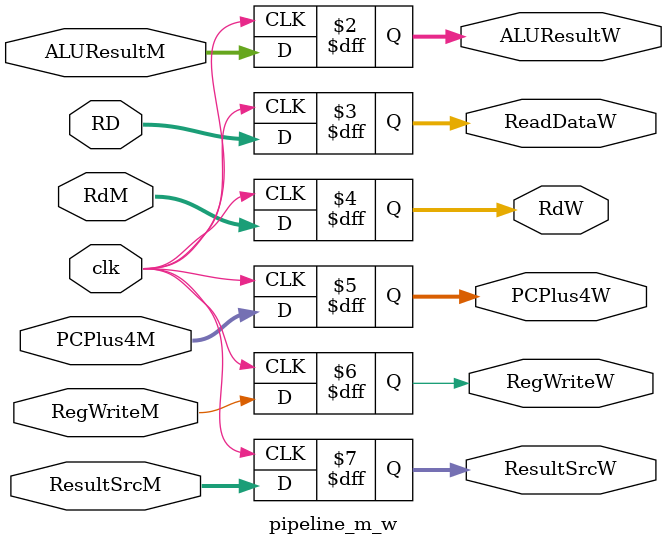
<source format=sv>
module pipeline_m_w #(
    parameter   DATA_WIDTH = 32
)(
    input logic clk,
    input logic [DATA_WIDTH -1:0]  ALUResultM,  
    input logic [DATA_WIDTH -1:0]  RD,
    input logic [11:7]             RdM,
    input logic [DATA_WIDTH -1:0]  PCPlus4M,
    input logic RegWriteM,
    input logic [1:0] ResultSrcM,

    output logic[DATA_WIDTH -1:0] ALUResultW,
    output logic[DATA_WIDTH -1:0] ReadDataW,
    output logic [11:7]           RdW,
    output logic[DATA_WIDTH -1:0] PCPlus4W,
    output logic RegWriteW,
    output logic [1:0]ResultSrcW
);


    always_ff @(posedge clk) begin
        ALUResultW <= ALUResultM;
        ReadDataW <= RD;
        RdW <= RdM;
        PCPlus4W <= PCPlus4M;
        RegWriteW <= RegWriteM;
        ResultSrcW <= ResultSrcM;
    end

endmodule


</source>
